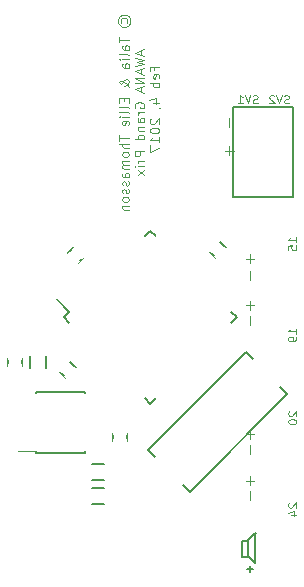
<source format=gbo>
G04 #@! TF.GenerationSoftware,KiCad,Pcbnew,(2017-01-24 revision 0b6147e)-makepkg*
G04 #@! TF.CreationDate,2017-01-30T11:51:45-08:00*
G04 #@! TF.ProjectId,derbyFX,646572627946582E6B696361645F7063,rev?*
G04 #@! TF.FileFunction,Legend,Bot*
G04 #@! TF.FilePolarity,Positive*
%FSLAX46Y46*%
G04 Gerber Fmt 4.6, Leading zero omitted, Abs format (unit mm)*
G04 Created by KiCad (PCBNEW (2017-01-24 revision 0b6147e)-makepkg) date 01/30/17 11:51:45*
%MOMM*%
%LPD*%
G01*
G04 APERTURE LIST*
%ADD10C,0.100000*%
%ADD11C,0.200000*%
%ADD12C,0.150000*%
%ADD13C,0.960000*%
%ADD14R,2.432000X2.432000*%
%ADD15O,2.432000X2.432000*%
%ADD16C,2.127200*%
%ADD17O,2.127200X2.127200*%
%ADD18C,1.150000*%
%ADD19R,1.150000X1.200000*%
%ADD20R,1.600000X2.100000*%
%ADD21O,1.600000X2.100000*%
%ADD22R,0.900000X1.300000*%
%ADD23R,1.300000X0.900000*%
%ADD24R,1.950000X1.000000*%
%ADD25C,1.650006*%
%ADD26C,1.504000*%
%ADD27C,2.500580*%
%ADD28O,2.432000X2.127200*%
%ADD29C,1.500000*%
%ADD30C,1.300000*%
G04 APERTURE END LIST*
D10*
X97895920Y-37294500D02*
X97857825Y-37218309D01*
X97857825Y-37065928D01*
X97895920Y-36989738D01*
X97972111Y-36913547D01*
X98048301Y-36875452D01*
X98200682Y-36875452D01*
X98276873Y-36913547D01*
X98353063Y-36989738D01*
X98391159Y-37065928D01*
X98391159Y-37218309D01*
X98353063Y-37294500D01*
X97591159Y-37142119D02*
X97629254Y-36951642D01*
X97743540Y-36761166D01*
X97934016Y-36646880D01*
X98124492Y-36608785D01*
X98314968Y-36646880D01*
X98505444Y-36761166D01*
X98619730Y-36951642D01*
X98657825Y-37142119D01*
X98619730Y-37332595D01*
X98505444Y-37523071D01*
X98314968Y-37637357D01*
X98124492Y-37675452D01*
X97934016Y-37637357D01*
X97743540Y-37523071D01*
X97629254Y-37332595D01*
X97591159Y-37142119D01*
X97705444Y-38513547D02*
X97705444Y-38970690D01*
X98505444Y-38742119D02*
X97705444Y-38742119D01*
X98505444Y-39580214D02*
X98086397Y-39580214D01*
X98010206Y-39542119D01*
X97972111Y-39465928D01*
X97972111Y-39313547D01*
X98010206Y-39237357D01*
X98467349Y-39580214D02*
X98505444Y-39504023D01*
X98505444Y-39313547D01*
X98467349Y-39237357D01*
X98391159Y-39199261D01*
X98314968Y-39199261D01*
X98238778Y-39237357D01*
X98200682Y-39313547D01*
X98200682Y-39504023D01*
X98162587Y-39580214D01*
X98505444Y-40075452D02*
X98467349Y-39999261D01*
X98391159Y-39961166D01*
X97705444Y-39961166D01*
X98505444Y-40380214D02*
X97972111Y-40380214D01*
X97705444Y-40380214D02*
X97743540Y-40342119D01*
X97781635Y-40380214D01*
X97743540Y-40418309D01*
X97705444Y-40380214D01*
X97781635Y-40380214D01*
X98505444Y-41104023D02*
X98086397Y-41104023D01*
X98010206Y-41065928D01*
X97972111Y-40989738D01*
X97972111Y-40837357D01*
X98010206Y-40761166D01*
X98467349Y-41104023D02*
X98505444Y-41027833D01*
X98505444Y-40837357D01*
X98467349Y-40761166D01*
X98391159Y-40723071D01*
X98314968Y-40723071D01*
X98238778Y-40761166D01*
X98200682Y-40837357D01*
X98200682Y-41027833D01*
X98162587Y-41104023D01*
X98505444Y-42742119D02*
X98505444Y-42704023D01*
X98467349Y-42627833D01*
X98353063Y-42513547D01*
X98124492Y-42323071D01*
X98010206Y-42246880D01*
X97895920Y-42208785D01*
X97819730Y-42208785D01*
X97743540Y-42246880D01*
X97705444Y-42323071D01*
X97705444Y-42361166D01*
X97743540Y-42437357D01*
X97819730Y-42475452D01*
X97857825Y-42475452D01*
X97934016Y-42437357D01*
X97972111Y-42399261D01*
X98124492Y-42170690D01*
X98162587Y-42132595D01*
X98238778Y-42094500D01*
X98353063Y-42094500D01*
X98429254Y-42132595D01*
X98467349Y-42170690D01*
X98505444Y-42246880D01*
X98505444Y-42361166D01*
X98467349Y-42437357D01*
X98429254Y-42475452D01*
X98276873Y-42589738D01*
X98162587Y-42627833D01*
X98086397Y-42627833D01*
X98086397Y-43694500D02*
X98086397Y-43961166D01*
X98505444Y-44075452D02*
X98505444Y-43694500D01*
X97705444Y-43694500D01*
X97705444Y-44075452D01*
X98505444Y-44532595D02*
X98467349Y-44456404D01*
X98391159Y-44418309D01*
X97705444Y-44418309D01*
X98505444Y-44951642D02*
X98467349Y-44875452D01*
X98391159Y-44837357D01*
X97705444Y-44837357D01*
X98505444Y-45256404D02*
X97972111Y-45256404D01*
X97705444Y-45256404D02*
X97743540Y-45218309D01*
X97781635Y-45256404D01*
X97743540Y-45294500D01*
X97705444Y-45256404D01*
X97781635Y-45256404D01*
X98467349Y-45942119D02*
X98505444Y-45865928D01*
X98505444Y-45713547D01*
X98467349Y-45637357D01*
X98391159Y-45599261D01*
X98086397Y-45599261D01*
X98010206Y-45637357D01*
X97972111Y-45713547D01*
X97972111Y-45865928D01*
X98010206Y-45942119D01*
X98086397Y-45980214D01*
X98162587Y-45980214D01*
X98238778Y-45599261D01*
X97705444Y-46818309D02*
X97705444Y-47275452D01*
X98505444Y-47046880D02*
X97705444Y-47046880D01*
X98505444Y-47542119D02*
X97705444Y-47542119D01*
X98505444Y-47884976D02*
X98086397Y-47884976D01*
X98010206Y-47846880D01*
X97972111Y-47770690D01*
X97972111Y-47656404D01*
X98010206Y-47580214D01*
X98048301Y-47542119D01*
X98505444Y-48380214D02*
X98467349Y-48304023D01*
X98429254Y-48265928D01*
X98353063Y-48227833D01*
X98124492Y-48227833D01*
X98048301Y-48265928D01*
X98010206Y-48304023D01*
X97972111Y-48380214D01*
X97972111Y-48494500D01*
X98010206Y-48570690D01*
X98048301Y-48608785D01*
X98124492Y-48646880D01*
X98353063Y-48646880D01*
X98429254Y-48608785D01*
X98467349Y-48570690D01*
X98505444Y-48494500D01*
X98505444Y-48380214D01*
X98505444Y-48989738D02*
X97972111Y-48989738D01*
X98048301Y-48989738D02*
X98010206Y-49027833D01*
X97972111Y-49104023D01*
X97972111Y-49218309D01*
X98010206Y-49294500D01*
X98086397Y-49332595D01*
X98505444Y-49332595D01*
X98086397Y-49332595D02*
X98010206Y-49370690D01*
X97972111Y-49446880D01*
X97972111Y-49561166D01*
X98010206Y-49637357D01*
X98086397Y-49675452D01*
X98505444Y-49675452D01*
X98505444Y-50399261D02*
X98086397Y-50399261D01*
X98010206Y-50361166D01*
X97972111Y-50284976D01*
X97972111Y-50132595D01*
X98010206Y-50056404D01*
X98467349Y-50399261D02*
X98505444Y-50323071D01*
X98505444Y-50132595D01*
X98467349Y-50056404D01*
X98391159Y-50018309D01*
X98314968Y-50018309D01*
X98238778Y-50056404D01*
X98200682Y-50132595D01*
X98200682Y-50323071D01*
X98162587Y-50399261D01*
X98467349Y-50742119D02*
X98505444Y-50818309D01*
X98505444Y-50970690D01*
X98467349Y-51046880D01*
X98391159Y-51084976D01*
X98353063Y-51084976D01*
X98276873Y-51046880D01*
X98238778Y-50970690D01*
X98238778Y-50856404D01*
X98200682Y-50780214D01*
X98124492Y-50742119D01*
X98086397Y-50742119D01*
X98010206Y-50780214D01*
X97972111Y-50856404D01*
X97972111Y-50970690D01*
X98010206Y-51046880D01*
X98467349Y-51389738D02*
X98505444Y-51465928D01*
X98505444Y-51618309D01*
X98467349Y-51694500D01*
X98391159Y-51732595D01*
X98353063Y-51732595D01*
X98276873Y-51694500D01*
X98238778Y-51618309D01*
X98238778Y-51504023D01*
X98200682Y-51427833D01*
X98124492Y-51389738D01*
X98086397Y-51389738D01*
X98010206Y-51427833D01*
X97972111Y-51504023D01*
X97972111Y-51618309D01*
X98010206Y-51694500D01*
X98505444Y-52189738D02*
X98467349Y-52113547D01*
X98429254Y-52075452D01*
X98353063Y-52037357D01*
X98124492Y-52037357D01*
X98048301Y-52075452D01*
X98010206Y-52113547D01*
X97972111Y-52189738D01*
X97972111Y-52304023D01*
X98010206Y-52380214D01*
X98048301Y-52418309D01*
X98124492Y-52456404D01*
X98353063Y-52456404D01*
X98429254Y-52418309D01*
X98467349Y-52380214D01*
X98505444Y-52304023D01*
X98505444Y-52189738D01*
X97972111Y-52799261D02*
X98505444Y-52799261D01*
X98048301Y-52799261D02*
X98010206Y-52837357D01*
X97972111Y-52913547D01*
X97972111Y-53027833D01*
X98010206Y-53104023D01*
X98086397Y-53142119D01*
X98505444Y-53142119D01*
X99576873Y-39637357D02*
X99576873Y-40018309D01*
X99805444Y-39561166D02*
X99005444Y-39827833D01*
X99805444Y-40094500D01*
X99005444Y-40284976D02*
X99805444Y-40475452D01*
X99234016Y-40627833D01*
X99805444Y-40780214D01*
X99005444Y-40970690D01*
X99576873Y-41237357D02*
X99576873Y-41618309D01*
X99805444Y-41161166D02*
X99005444Y-41427833D01*
X99805444Y-41694500D01*
X99805444Y-41961166D02*
X99005444Y-41961166D01*
X99805444Y-42418309D01*
X99005444Y-42418309D01*
X99576873Y-42761166D02*
X99576873Y-43142119D01*
X99805444Y-42684976D02*
X99005444Y-42951642D01*
X99805444Y-43218309D01*
X99043540Y-44513547D02*
X99005444Y-44437357D01*
X99005444Y-44323071D01*
X99043540Y-44208785D01*
X99119730Y-44132595D01*
X99195920Y-44094500D01*
X99348301Y-44056404D01*
X99462587Y-44056404D01*
X99614968Y-44094500D01*
X99691159Y-44132595D01*
X99767349Y-44208785D01*
X99805444Y-44323071D01*
X99805444Y-44399261D01*
X99767349Y-44513547D01*
X99729254Y-44551642D01*
X99462587Y-44551642D01*
X99462587Y-44399261D01*
X99805444Y-44894500D02*
X99272111Y-44894500D01*
X99424492Y-44894500D02*
X99348301Y-44932595D01*
X99310206Y-44970690D01*
X99272111Y-45046880D01*
X99272111Y-45123071D01*
X99805444Y-45732595D02*
X99386397Y-45732595D01*
X99310206Y-45694500D01*
X99272111Y-45618309D01*
X99272111Y-45465928D01*
X99310206Y-45389738D01*
X99767349Y-45732595D02*
X99805444Y-45656404D01*
X99805444Y-45465928D01*
X99767349Y-45389738D01*
X99691159Y-45351642D01*
X99614968Y-45351642D01*
X99538778Y-45389738D01*
X99500682Y-45465928D01*
X99500682Y-45656404D01*
X99462587Y-45732595D01*
X99272111Y-46113547D02*
X99805444Y-46113547D01*
X99348301Y-46113547D02*
X99310206Y-46151642D01*
X99272111Y-46227833D01*
X99272111Y-46342119D01*
X99310206Y-46418309D01*
X99386397Y-46456404D01*
X99805444Y-46456404D01*
X99805444Y-47180214D02*
X99005444Y-47180214D01*
X99767349Y-47180214D02*
X99805444Y-47104023D01*
X99805444Y-46951642D01*
X99767349Y-46875452D01*
X99729254Y-46837357D01*
X99653063Y-46799261D01*
X99424492Y-46799261D01*
X99348301Y-46837357D01*
X99310206Y-46875452D01*
X99272111Y-46951642D01*
X99272111Y-47104023D01*
X99310206Y-47180214D01*
X99805444Y-48170690D02*
X99005444Y-48170690D01*
X99005444Y-48475452D01*
X99043540Y-48551642D01*
X99081635Y-48589738D01*
X99157825Y-48627833D01*
X99272111Y-48627833D01*
X99348301Y-48589738D01*
X99386397Y-48551642D01*
X99424492Y-48475452D01*
X99424492Y-48170690D01*
X99805444Y-48970690D02*
X99272111Y-48970690D01*
X99424492Y-48970690D02*
X99348301Y-49008785D01*
X99310206Y-49046880D01*
X99272111Y-49123071D01*
X99272111Y-49199261D01*
X99805444Y-49465928D02*
X99272111Y-49465928D01*
X99005444Y-49465928D02*
X99043540Y-49427833D01*
X99081635Y-49465928D01*
X99043540Y-49504023D01*
X99005444Y-49465928D01*
X99081635Y-49465928D01*
X99805444Y-49770690D02*
X99272111Y-50189738D01*
X99272111Y-49770690D02*
X99805444Y-50189738D01*
X100686397Y-41294500D02*
X100686397Y-41027833D01*
X101105444Y-41027833D02*
X100305444Y-41027833D01*
X100305444Y-41408785D01*
X101067349Y-42018309D02*
X101105444Y-41942119D01*
X101105444Y-41789738D01*
X101067349Y-41713547D01*
X100991159Y-41675452D01*
X100686397Y-41675452D01*
X100610206Y-41713547D01*
X100572111Y-41789738D01*
X100572111Y-41942119D01*
X100610206Y-42018309D01*
X100686397Y-42056404D01*
X100762587Y-42056404D01*
X100838778Y-41675452D01*
X101105444Y-42399261D02*
X100305444Y-42399261D01*
X100610206Y-42399261D02*
X100572111Y-42475452D01*
X100572111Y-42627833D01*
X100610206Y-42704023D01*
X100648301Y-42742119D01*
X100724492Y-42780214D01*
X100953063Y-42780214D01*
X101029254Y-42742119D01*
X101067349Y-42704023D01*
X101105444Y-42627833D01*
X101105444Y-42475452D01*
X101067349Y-42399261D01*
X100572111Y-44075452D02*
X101105444Y-44075452D01*
X100267349Y-43884976D02*
X100838778Y-43694500D01*
X100838778Y-44189738D01*
X101067349Y-44532595D02*
X101105444Y-44532595D01*
X101181635Y-44494500D01*
X101219730Y-44456404D01*
X100381635Y-45446880D02*
X100343540Y-45484976D01*
X100305444Y-45561166D01*
X100305444Y-45751642D01*
X100343540Y-45827833D01*
X100381635Y-45865928D01*
X100457825Y-45904023D01*
X100534016Y-45904023D01*
X100648301Y-45865928D01*
X101105444Y-45408785D01*
X101105444Y-45904023D01*
X100305444Y-46399261D02*
X100305444Y-46475452D01*
X100343540Y-46551642D01*
X100381635Y-46589738D01*
X100457825Y-46627833D01*
X100610206Y-46665928D01*
X100800682Y-46665928D01*
X100953063Y-46627833D01*
X101029254Y-46589738D01*
X101067349Y-46551642D01*
X101105444Y-46475452D01*
X101105444Y-46399261D01*
X101067349Y-46323071D01*
X101029254Y-46284976D01*
X100953063Y-46246880D01*
X100800682Y-46208785D01*
X100610206Y-46208785D01*
X100457825Y-46246880D01*
X100381635Y-46284976D01*
X100343540Y-46323071D01*
X100305444Y-46399261D01*
X101105444Y-47427833D02*
X101105444Y-46970690D01*
X101105444Y-47199261D02*
X100305444Y-47199261D01*
X100419730Y-47123071D01*
X100495920Y-47046880D01*
X100534016Y-46970690D01*
X100305444Y-47694500D02*
X100305444Y-48227833D01*
X101105444Y-47884976D01*
X112078333Y-77952666D02*
X112045000Y-77986000D01*
X112011666Y-78052666D01*
X112011666Y-78219333D01*
X112045000Y-78286000D01*
X112078333Y-78319333D01*
X112145000Y-78352666D01*
X112211666Y-78352666D01*
X112311666Y-78319333D01*
X112711666Y-77919333D01*
X112711666Y-78352666D01*
X112245000Y-78952666D02*
X112711666Y-78952666D01*
X111978333Y-78786000D02*
X112478333Y-78619333D01*
X112478333Y-79052666D01*
X108783428Y-76962047D02*
X108783428Y-77723952D01*
X108783428Y-75692047D02*
X108783428Y-76453952D01*
X109164380Y-76073000D02*
X108402476Y-76073000D01*
X108783428Y-73025047D02*
X108783428Y-73786952D01*
X108783428Y-71755047D02*
X108783428Y-72516952D01*
X109164380Y-72136000D02*
X108402476Y-72136000D01*
X112078333Y-70205666D02*
X112045000Y-70239000D01*
X112011666Y-70305666D01*
X112011666Y-70472333D01*
X112045000Y-70539000D01*
X112078333Y-70572333D01*
X112145000Y-70605666D01*
X112211666Y-70605666D01*
X112311666Y-70572333D01*
X112711666Y-70172333D01*
X112711666Y-70605666D01*
X112011666Y-71039000D02*
X112011666Y-71105666D01*
X112045000Y-71172333D01*
X112078333Y-71205666D01*
X112145000Y-71239000D01*
X112278333Y-71272333D01*
X112445000Y-71272333D01*
X112578333Y-71239000D01*
X112645000Y-71205666D01*
X112678333Y-71172333D01*
X112711666Y-71105666D01*
X112711666Y-71039000D01*
X112678333Y-70972333D01*
X112645000Y-70939000D01*
X112578333Y-70905666D01*
X112445000Y-70872333D01*
X112278333Y-70872333D01*
X112145000Y-70905666D01*
X112078333Y-70939000D01*
X112045000Y-70972333D01*
X112011666Y-71039000D01*
X112711666Y-63620666D02*
X112711666Y-63220666D01*
X112711666Y-63420666D02*
X112011666Y-63420666D01*
X112111666Y-63354000D01*
X112178333Y-63287333D01*
X112211666Y-63220666D01*
X112711666Y-63954000D02*
X112711666Y-64087333D01*
X112678333Y-64154000D01*
X112645000Y-64187333D01*
X112545000Y-64254000D01*
X112411666Y-64287333D01*
X112145000Y-64287333D01*
X112078333Y-64254000D01*
X112045000Y-64220666D01*
X112011666Y-64154000D01*
X112011666Y-64020666D01*
X112045000Y-63954000D01*
X112078333Y-63920666D01*
X112145000Y-63887333D01*
X112311666Y-63887333D01*
X112378333Y-63920666D01*
X112411666Y-63954000D01*
X112445000Y-64020666D01*
X112445000Y-64154000D01*
X112411666Y-64220666D01*
X112378333Y-64254000D01*
X112311666Y-64287333D01*
X108783428Y-62103047D02*
X108783428Y-62864952D01*
X108783428Y-60833047D02*
X108783428Y-61594952D01*
X109164380Y-61214000D02*
X108402476Y-61214000D01*
X108783428Y-58293047D02*
X108783428Y-59054952D01*
X108783428Y-56896047D02*
X108783428Y-57657952D01*
X109164380Y-57277000D02*
X108402476Y-57277000D01*
X112711666Y-55873666D02*
X112711666Y-55473666D01*
X112711666Y-55673666D02*
X112011666Y-55673666D01*
X112111666Y-55607000D01*
X112178333Y-55540333D01*
X112211666Y-55473666D01*
X112011666Y-56507000D02*
X112011666Y-56173666D01*
X112345000Y-56140333D01*
X112311666Y-56173666D01*
X112278333Y-56240333D01*
X112278333Y-56407000D01*
X112311666Y-56473666D01*
X112345000Y-56507000D01*
X112411666Y-56540333D01*
X112578333Y-56540333D01*
X112645000Y-56507000D01*
X112678333Y-56473666D01*
X112711666Y-56407000D01*
X112711666Y-56240333D01*
X112678333Y-56173666D01*
X112645000Y-56140333D01*
X107005428Y-47752047D02*
X107005428Y-48513952D01*
X107386380Y-48133000D02*
X106624476Y-48133000D01*
X107005428Y-45339047D02*
X107005428Y-46100952D01*
X109418333Y-44098333D02*
X109318333Y-44131666D01*
X109151666Y-44131666D01*
X109085000Y-44098333D01*
X109051666Y-44065000D01*
X109018333Y-43998333D01*
X109018333Y-43931666D01*
X109051666Y-43865000D01*
X109085000Y-43831666D01*
X109151666Y-43798333D01*
X109285000Y-43765000D01*
X109351666Y-43731666D01*
X109385000Y-43698333D01*
X109418333Y-43631666D01*
X109418333Y-43565000D01*
X109385000Y-43498333D01*
X109351666Y-43465000D01*
X109285000Y-43431666D01*
X109118333Y-43431666D01*
X109018333Y-43465000D01*
X108818333Y-43431666D02*
X108585000Y-44131666D01*
X108351666Y-43431666D01*
X107751666Y-44131666D02*
X108151666Y-44131666D01*
X107951666Y-44131666D02*
X107951666Y-43431666D01*
X108018333Y-43531666D01*
X108085000Y-43598333D01*
X108151666Y-43631666D01*
X112085333Y-44098333D02*
X111985333Y-44131666D01*
X111818666Y-44131666D01*
X111752000Y-44098333D01*
X111718666Y-44065000D01*
X111685333Y-43998333D01*
X111685333Y-43931666D01*
X111718666Y-43865000D01*
X111752000Y-43831666D01*
X111818666Y-43798333D01*
X111952000Y-43765000D01*
X112018666Y-43731666D01*
X112052000Y-43698333D01*
X112085333Y-43631666D01*
X112085333Y-43565000D01*
X112052000Y-43498333D01*
X112018666Y-43465000D01*
X111952000Y-43431666D01*
X111785333Y-43431666D01*
X111685333Y-43465000D01*
X111485333Y-43431666D02*
X111252000Y-44131666D01*
X111018666Y-43431666D01*
X110818666Y-43498333D02*
X110785333Y-43465000D01*
X110718666Y-43431666D01*
X110552000Y-43431666D01*
X110485333Y-43465000D01*
X110452000Y-43498333D01*
X110418666Y-43565000D01*
X110418666Y-43631666D01*
X110452000Y-43731666D01*
X110852000Y-44131666D01*
X110418666Y-44131666D01*
D11*
X108483400Y-83566000D02*
X109016800Y-83566000D01*
X108762800Y-83286600D02*
X108762800Y-83794600D01*
X108077000Y-82524600D02*
X108610400Y-82524600D01*
X108077000Y-81153000D02*
X108077000Y-82524600D01*
X108559600Y-81153000D02*
X108077000Y-81153000D01*
X109194600Y-80518000D02*
X109270800Y-80518000D01*
X108635800Y-81076800D02*
X109194600Y-80518000D01*
X108635800Y-82473800D02*
X108635800Y-81076800D01*
X109220000Y-83058000D02*
X108635800Y-82473800D01*
X109220000Y-80518000D02*
X109220000Y-83058000D01*
D12*
X93011445Y-62230000D02*
X93485206Y-61756238D01*
X100330000Y-69548555D02*
X100803762Y-69074794D01*
X107648555Y-62230000D02*
X107174794Y-62703762D01*
X100330000Y-54911445D02*
X99856238Y-55385206D01*
X93011445Y-62230000D02*
X93485206Y-62703762D01*
X100330000Y-54911445D02*
X100803762Y-55385206D01*
X107648555Y-62230000D02*
X107174794Y-61756238D01*
X100330000Y-69548555D02*
X99856238Y-69074794D01*
X93485206Y-61756238D02*
X92442224Y-60713256D01*
X107315000Y-49530000D02*
X107315000Y-44450000D01*
X107315000Y-44450000D02*
X112395000Y-44450000D01*
X112395000Y-44450000D02*
X112395000Y-49530000D01*
X112395000Y-52070000D02*
X109855000Y-52070000D01*
X112395000Y-49530000D02*
X112395000Y-52070000D01*
X107315000Y-52070000D02*
X109855000Y-52070000D01*
X107315000Y-49530000D02*
X107315000Y-52070000D01*
X106716751Y-56338223D02*
X106221777Y-55843249D01*
X105373249Y-56691777D02*
X105868223Y-57186751D01*
X94016751Y-66498223D02*
X93521777Y-66003249D01*
X92673249Y-66851777D02*
X93168223Y-67346751D01*
X93869263Y-56295369D02*
X93374289Y-56790343D01*
X94222817Y-57638871D02*
X94717791Y-57143897D01*
X98390000Y-72740000D02*
X98390000Y-72040000D01*
X97190000Y-72040000D02*
X97190000Y-72740000D01*
X88300000Y-65690000D02*
X88300000Y-66390000D01*
X89500000Y-66390000D02*
X89500000Y-65690000D01*
X96385000Y-74636000D02*
X95385000Y-74636000D01*
X95385000Y-75986000D02*
X96385000Y-75986000D01*
X95385000Y-78018000D02*
X96385000Y-78018000D01*
X96385000Y-76668000D02*
X95385000Y-76668000D01*
X90130000Y-65540000D02*
X90130000Y-66540000D01*
X91480000Y-66540000D02*
X91480000Y-65540000D01*
X90635000Y-73695000D02*
X90635000Y-73550000D01*
X94785000Y-73695000D02*
X94785000Y-73550000D01*
X94785000Y-68545000D02*
X94785000Y-68690000D01*
X90635000Y-68545000D02*
X90635000Y-68690000D01*
X90635000Y-73695000D02*
X94785000Y-73695000D01*
X90635000Y-68545000D02*
X94785000Y-68545000D01*
X90635000Y-73550000D02*
X89235000Y-73550000D01*
X100141380Y-73488992D02*
X108413992Y-65216380D01*
X111948620Y-68751008D02*
X103676008Y-77023620D01*
X108413992Y-65216380D02*
X109013873Y-65816261D01*
X111948620Y-68751008D02*
X111348739Y-68151127D01*
X100141380Y-73488992D02*
X100741261Y-74088873D01*
X103676008Y-77023620D02*
X103076127Y-76423739D01*
%LPC*%
D13*
X93364998Y-60921852D03*
D10*
G36*
X92318480Y-60554156D02*
X92997302Y-59875334D01*
X94411516Y-61289548D01*
X93732694Y-61968370D01*
X92318480Y-60554156D01*
X92318480Y-60554156D01*
G37*
D13*
X93930684Y-60356167D03*
D10*
G36*
X92884166Y-59988471D02*
X93562988Y-59309649D01*
X94977202Y-60723863D01*
X94298380Y-61402685D01*
X92884166Y-59988471D01*
X92884166Y-59988471D01*
G37*
D13*
X94496369Y-59790482D03*
D10*
G36*
X93449851Y-59422786D02*
X94128673Y-58743964D01*
X95542887Y-60158178D01*
X94864065Y-60837000D01*
X93449851Y-59422786D01*
X93449851Y-59422786D01*
G37*
D13*
X95062054Y-59224796D03*
D10*
G36*
X94015536Y-58857100D02*
X94694358Y-58178278D01*
X96108572Y-59592492D01*
X95429750Y-60271314D01*
X94015536Y-58857100D01*
X94015536Y-58857100D01*
G37*
D13*
X95627740Y-58659111D03*
D10*
G36*
X94581222Y-58291415D02*
X95260044Y-57612593D01*
X96674258Y-59026807D01*
X95995436Y-59705629D01*
X94581222Y-58291415D01*
X94581222Y-58291415D01*
G37*
D13*
X96193425Y-58093425D03*
D10*
G36*
X95146907Y-57725729D02*
X95825729Y-57046907D01*
X97239943Y-58461121D01*
X96561121Y-59139943D01*
X95146907Y-57725729D01*
X95146907Y-57725729D01*
G37*
D13*
X96759111Y-57527740D03*
D10*
G36*
X95712593Y-57160044D02*
X96391415Y-56481222D01*
X97805629Y-57895436D01*
X97126807Y-58574258D01*
X95712593Y-57160044D01*
X95712593Y-57160044D01*
G37*
D13*
X97324796Y-56962054D03*
D10*
G36*
X96278278Y-56594358D02*
X96957100Y-55915536D01*
X98371314Y-57329750D01*
X97692492Y-58008572D01*
X96278278Y-56594358D01*
X96278278Y-56594358D01*
G37*
D13*
X97890482Y-56396369D03*
D10*
G36*
X96843964Y-56028673D02*
X97522786Y-55349851D01*
X98937000Y-56764065D01*
X98258178Y-57442887D01*
X96843964Y-56028673D01*
X96843964Y-56028673D01*
G37*
D13*
X98456167Y-55830684D03*
D10*
G36*
X97409649Y-55462988D02*
X98088471Y-54784166D01*
X99502685Y-56198380D01*
X98823863Y-56877202D01*
X97409649Y-55462988D01*
X97409649Y-55462988D01*
G37*
D13*
X99021852Y-55264998D03*
D10*
G36*
X97975334Y-54897302D02*
X98654156Y-54218480D01*
X100068370Y-55632694D01*
X99389548Y-56311516D01*
X97975334Y-54897302D01*
X97975334Y-54897302D01*
G37*
D13*
X101638148Y-55264998D03*
D10*
G36*
X102005844Y-54218480D02*
X102684666Y-54897302D01*
X101270452Y-56311516D01*
X100591630Y-55632694D01*
X102005844Y-54218480D01*
X102005844Y-54218480D01*
G37*
D13*
X102203833Y-55830684D03*
D10*
G36*
X102571529Y-54784166D02*
X103250351Y-55462988D01*
X101836137Y-56877202D01*
X101157315Y-56198380D01*
X102571529Y-54784166D01*
X102571529Y-54784166D01*
G37*
D13*
X102769518Y-56396369D03*
D10*
G36*
X103137214Y-55349851D02*
X103816036Y-56028673D01*
X102401822Y-57442887D01*
X101723000Y-56764065D01*
X103137214Y-55349851D01*
X103137214Y-55349851D01*
G37*
D13*
X103335204Y-56962054D03*
D10*
G36*
X103702900Y-55915536D02*
X104381722Y-56594358D01*
X102967508Y-58008572D01*
X102288686Y-57329750D01*
X103702900Y-55915536D01*
X103702900Y-55915536D01*
G37*
D13*
X103900889Y-57527740D03*
D10*
G36*
X104268585Y-56481222D02*
X104947407Y-57160044D01*
X103533193Y-58574258D01*
X102854371Y-57895436D01*
X104268585Y-56481222D01*
X104268585Y-56481222D01*
G37*
D13*
X104466575Y-58093425D03*
D10*
G36*
X104834271Y-57046907D02*
X105513093Y-57725729D01*
X104098879Y-59139943D01*
X103420057Y-58461121D01*
X104834271Y-57046907D01*
X104834271Y-57046907D01*
G37*
D13*
X105032260Y-58659111D03*
D10*
G36*
X105399956Y-57612593D02*
X106078778Y-58291415D01*
X104664564Y-59705629D01*
X103985742Y-59026807D01*
X105399956Y-57612593D01*
X105399956Y-57612593D01*
G37*
D13*
X105597946Y-59224796D03*
D10*
G36*
X105965642Y-58178278D02*
X106644464Y-58857100D01*
X105230250Y-60271314D01*
X104551428Y-59592492D01*
X105965642Y-58178278D01*
X105965642Y-58178278D01*
G37*
D13*
X106163631Y-59790482D03*
D10*
G36*
X106531327Y-58743964D02*
X107210149Y-59422786D01*
X105795935Y-60837000D01*
X105117113Y-60158178D01*
X106531327Y-58743964D01*
X106531327Y-58743964D01*
G37*
D13*
X106729316Y-60356167D03*
D10*
G36*
X107097012Y-59309649D02*
X107775834Y-59988471D01*
X106361620Y-61402685D01*
X105682798Y-60723863D01*
X107097012Y-59309649D01*
X107097012Y-59309649D01*
G37*
D13*
X107295002Y-60921852D03*
D10*
G36*
X107662698Y-59875334D02*
X108341520Y-60554156D01*
X106927306Y-61968370D01*
X106248484Y-61289548D01*
X107662698Y-59875334D01*
X107662698Y-59875334D01*
G37*
D13*
X107295002Y-63538148D03*
D10*
G36*
X106248484Y-63170452D02*
X106927306Y-62491630D01*
X108341520Y-63905844D01*
X107662698Y-64584666D01*
X106248484Y-63170452D01*
X106248484Y-63170452D01*
G37*
D13*
X106729316Y-64103833D03*
D10*
G36*
X105682798Y-63736137D02*
X106361620Y-63057315D01*
X107775834Y-64471529D01*
X107097012Y-65150351D01*
X105682798Y-63736137D01*
X105682798Y-63736137D01*
G37*
D13*
X106163631Y-64669518D03*
D10*
G36*
X105117113Y-64301822D02*
X105795935Y-63623000D01*
X107210149Y-65037214D01*
X106531327Y-65716036D01*
X105117113Y-64301822D01*
X105117113Y-64301822D01*
G37*
D13*
X105597946Y-65235204D03*
D10*
G36*
X104551428Y-64867508D02*
X105230250Y-64188686D01*
X106644464Y-65602900D01*
X105965642Y-66281722D01*
X104551428Y-64867508D01*
X104551428Y-64867508D01*
G37*
D13*
X105032260Y-65800889D03*
D10*
G36*
X103985742Y-65433193D02*
X104664564Y-64754371D01*
X106078778Y-66168585D01*
X105399956Y-66847407D01*
X103985742Y-65433193D01*
X103985742Y-65433193D01*
G37*
D13*
X104466575Y-66366575D03*
D10*
G36*
X103420057Y-65998879D02*
X104098879Y-65320057D01*
X105513093Y-66734271D01*
X104834271Y-67413093D01*
X103420057Y-65998879D01*
X103420057Y-65998879D01*
G37*
D13*
X103900889Y-66932260D03*
D10*
G36*
X102854371Y-66564564D02*
X103533193Y-65885742D01*
X104947407Y-67299956D01*
X104268585Y-67978778D01*
X102854371Y-66564564D01*
X102854371Y-66564564D01*
G37*
D13*
X103335204Y-67497946D03*
D10*
G36*
X102288686Y-67130250D02*
X102967508Y-66451428D01*
X104381722Y-67865642D01*
X103702900Y-68544464D01*
X102288686Y-67130250D01*
X102288686Y-67130250D01*
G37*
D13*
X102769518Y-68063631D03*
D10*
G36*
X101723000Y-67695935D02*
X102401822Y-67017113D01*
X103816036Y-68431327D01*
X103137214Y-69110149D01*
X101723000Y-67695935D01*
X101723000Y-67695935D01*
G37*
D13*
X102203833Y-68629316D03*
D10*
G36*
X101157315Y-68261620D02*
X101836137Y-67582798D01*
X103250351Y-68997012D01*
X102571529Y-69675834D01*
X101157315Y-68261620D01*
X101157315Y-68261620D01*
G37*
D13*
X101638148Y-69195002D03*
D10*
G36*
X100591630Y-68827306D02*
X101270452Y-68148484D01*
X102684666Y-69562698D01*
X102005844Y-70241520D01*
X100591630Y-68827306D01*
X100591630Y-68827306D01*
G37*
D13*
X99021852Y-69195002D03*
D10*
G36*
X99389548Y-68148484D02*
X100068370Y-68827306D01*
X98654156Y-70241520D01*
X97975334Y-69562698D01*
X99389548Y-68148484D01*
X99389548Y-68148484D01*
G37*
D13*
X98456167Y-68629316D03*
D10*
G36*
X98823863Y-67582798D02*
X99502685Y-68261620D01*
X98088471Y-69675834D01*
X97409649Y-68997012D01*
X98823863Y-67582798D01*
X98823863Y-67582798D01*
G37*
D13*
X97890482Y-68063631D03*
D10*
G36*
X98258178Y-67017113D02*
X98937000Y-67695935D01*
X97522786Y-69110149D01*
X96843964Y-68431327D01*
X98258178Y-67017113D01*
X98258178Y-67017113D01*
G37*
D13*
X97324796Y-67497946D03*
D10*
G36*
X97692492Y-66451428D02*
X98371314Y-67130250D01*
X96957100Y-68544464D01*
X96278278Y-67865642D01*
X97692492Y-66451428D01*
X97692492Y-66451428D01*
G37*
D13*
X96759111Y-66932260D03*
D10*
G36*
X97126807Y-65885742D02*
X97805629Y-66564564D01*
X96391415Y-67978778D01*
X95712593Y-67299956D01*
X97126807Y-65885742D01*
X97126807Y-65885742D01*
G37*
D13*
X96193425Y-66366575D03*
D10*
G36*
X96561121Y-65320057D02*
X97239943Y-65998879D01*
X95825729Y-67413093D01*
X95146907Y-66734271D01*
X96561121Y-65320057D01*
X96561121Y-65320057D01*
G37*
D13*
X95627740Y-65800889D03*
D10*
G36*
X95995436Y-64754371D02*
X96674258Y-65433193D01*
X95260044Y-66847407D01*
X94581222Y-66168585D01*
X95995436Y-64754371D01*
X95995436Y-64754371D01*
G37*
D13*
X95062054Y-65235204D03*
D10*
G36*
X95429750Y-64188686D02*
X96108572Y-64867508D01*
X94694358Y-66281722D01*
X94015536Y-65602900D01*
X95429750Y-64188686D01*
X95429750Y-64188686D01*
G37*
D13*
X94496369Y-64669518D03*
D10*
G36*
X94864065Y-63623000D02*
X95542887Y-64301822D01*
X94128673Y-65716036D01*
X93449851Y-65037214D01*
X94864065Y-63623000D01*
X94864065Y-63623000D01*
G37*
D13*
X93930684Y-64103833D03*
D10*
G36*
X94298380Y-63057315D02*
X94977202Y-63736137D01*
X93562988Y-65150351D01*
X92884166Y-64471529D01*
X94298380Y-63057315D01*
X94298380Y-63057315D01*
G37*
D13*
X93364998Y-63538148D03*
D10*
G36*
X93732694Y-62491630D02*
X94411516Y-63170452D01*
X92997302Y-64584666D01*
X92318480Y-63905844D01*
X93732694Y-62491630D01*
X93732694Y-62491630D01*
G37*
D14*
X111125000Y-83185000D03*
D15*
X111125000Y-80645000D03*
D16*
X108585000Y-50800000D03*
D17*
X111125000Y-50800000D03*
X108585000Y-48260000D03*
X111125000Y-48260000D03*
X108585000Y-45720000D03*
X111125000Y-45720000D03*
D18*
X106575330Y-57045330D03*
D10*
G36*
X107406180Y-57063008D02*
X106593008Y-57876180D01*
X105744480Y-57027652D01*
X106557652Y-56214480D01*
X107406180Y-57063008D01*
X107406180Y-57063008D01*
G37*
D18*
X105514670Y-55984670D03*
D10*
G36*
X106345520Y-56002348D02*
X105532348Y-56815520D01*
X104683820Y-55966992D01*
X105496992Y-55153820D01*
X106345520Y-56002348D01*
X106345520Y-56002348D01*
G37*
D18*
X93875330Y-67205330D03*
D10*
G36*
X93044480Y-67187652D02*
X93857652Y-66374480D01*
X94706180Y-67223008D01*
X93893008Y-68036180D01*
X93044480Y-67187652D01*
X93044480Y-67187652D01*
G37*
D18*
X92814670Y-66144670D03*
D10*
G36*
X91983820Y-66126992D02*
X92796992Y-65313820D01*
X93645520Y-66162348D01*
X92832348Y-66975520D01*
X91983820Y-66126992D01*
X91983820Y-66126992D01*
G37*
D18*
X94576370Y-56436790D03*
D10*
G36*
X94594048Y-55605940D02*
X95407220Y-56419112D01*
X94558692Y-57267640D01*
X93745520Y-56454468D01*
X94594048Y-55605940D01*
X94594048Y-55605940D01*
G37*
D18*
X93515710Y-57497450D03*
D10*
G36*
X93533388Y-56666600D02*
X94346560Y-57479772D01*
X93498032Y-58328300D01*
X92684860Y-57515128D01*
X93533388Y-56666600D01*
X93533388Y-56666600D01*
G37*
D19*
X97790000Y-73140000D03*
X97790000Y-71640000D03*
X88900000Y-65290000D03*
X88900000Y-66790000D03*
D20*
X110236000Y-41402000D03*
D21*
X108236000Y-41402000D03*
D22*
X95135000Y-75311000D03*
X96635000Y-75311000D03*
X96635000Y-77343000D03*
X95135000Y-77343000D03*
D23*
X90805000Y-66790000D03*
X90805000Y-65290000D03*
D24*
X90010000Y-73025000D03*
X90010000Y-71755000D03*
X90010000Y-70485000D03*
X90010000Y-69215000D03*
X95410000Y-69215000D03*
X95410000Y-70485000D03*
X95410000Y-71755000D03*
X95410000Y-73025000D03*
D25*
X89278000Y-36448000D03*
X89278000Y-43308000D03*
D26*
X91948000Y-42375940D03*
X91948000Y-37375940D03*
D27*
X102616338Y-74548662D03*
D10*
G36*
X101378859Y-77554318D02*
X99610682Y-75786141D01*
X103853817Y-71543006D01*
X105621994Y-73311183D01*
X101378859Y-77554318D01*
X101378859Y-77554318D01*
G37*
D27*
X109473662Y-67691338D03*
D10*
G36*
X108236183Y-70696994D02*
X106468006Y-68928817D01*
X110711141Y-64685682D01*
X112479318Y-66453859D01*
X108236183Y-70696994D01*
X108236183Y-70696994D01*
G37*
D28*
X91440000Y-83185000D03*
X91440000Y-80645000D03*
X91440000Y-78105000D03*
X91440000Y-75565000D03*
D29*
X111760000Y-57284000D03*
X111760000Y-58584000D03*
X111760000Y-59884000D03*
X111760000Y-61184000D03*
X111760000Y-62484000D03*
X111760000Y-77343000D03*
X111760000Y-76043000D03*
X111760000Y-74743000D03*
X111760000Y-73443000D03*
X111760000Y-72143000D03*
X109982000Y-72106000D03*
X109982000Y-73406000D03*
X109982000Y-57277000D03*
X109982000Y-58577000D03*
X109982000Y-76043000D03*
X109982000Y-77343000D03*
X109982000Y-62484000D03*
X109982000Y-61184000D03*
D30*
X91178740Y-46631020D03*
X91178740Y-53431020D03*
M02*

</source>
